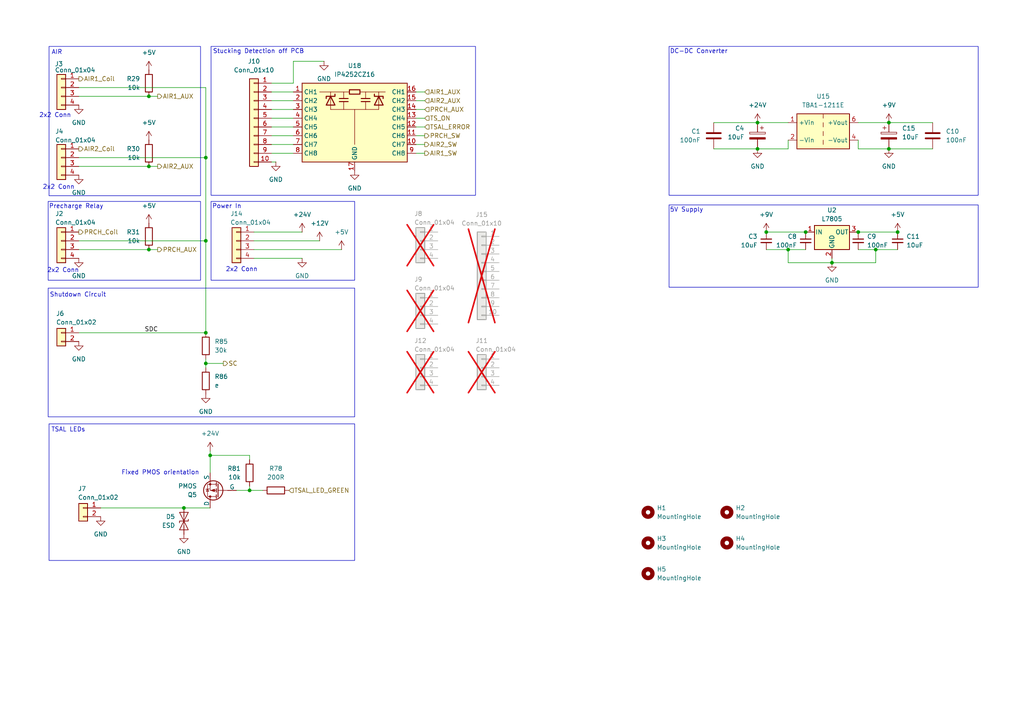
<source format=kicad_sch>
(kicad_sch (version 20231120) (generator "eeschema") (generator_version "8.0")
  (paper "A4")
  (title_block (title "TSAL") (date "2024-07-23") (rev "V0.3") (company "Team RPM - UAS Münster") (comment 1 "Luca Sapion"))
  (lib_symbols
    (symbol "Connector_Generic:Conn_01x02" (pin_names (offset 1.016) hide)
      (property "Reference" "J" (at 0 2.54 0))
      (property "Value" "Conn_01x02" (at 0 -5.08 0))
      (symbol "Conn_01x02_1_1"
        (rectangle (start -1.27 -2.413) (end 0 -2.667) (stroke (width 0.1524)))
        (rectangle (start -1.27 0.127) (end 0 -0.127) (stroke (width 0.1524)))
        (rectangle (start -1.27 1.27) (end 1.27 -3.81) (stroke (width 0.254)) (fill (type background)))
        (pin passive line (at -5.08 0 0) (length 3.81) (name "Pin_1") (number "1"))
        (pin passive line (at -5.08 -2.54 0) (length 3.81) (name "Pin_2") (number "2"))
      )
    )
    (symbol "Connector_Generic:Conn_01x04" (pin_names (offset 1.016) hide)
      (property "Reference" "J" (at 0 5.08 0))
      (property "Value" "Conn_01x04" (at 0 -7.62 0))
      (symbol "Conn_01x04_1_1"
        (rectangle (start -1.27 -4.953) (end 0 -5.207) (stroke (width 0.1524)))
        (rectangle (start -1.27 -2.413) (end 0 -2.667) (stroke (width 0.1524)))
        (rectangle (start -1.27 0.127) (end 0 -0.127) (stroke (width 0.1524)))
        (rectangle (start -1.27 2.667) (end 0 2.413) (stroke (width 0.1524)))
        (rectangle (start -1.27 3.81) (end 1.27 -6.35) (stroke (width 0.254)) (fill (type background)))
        (pin passive line (at -5.08 2.54 0) (length 3.81) (name "Pin_1") (number "1"))
        (pin passive line (at -5.08 0 0) (length 3.81) (name "Pin_2") (number "2"))
        (pin passive line (at -5.08 -2.54 0) (length 3.81) (name "Pin_3") (number "3"))
        (pin passive line (at -5.08 -5.08 0) (length 3.81) (name "Pin_4") (number "4"))
      )
    )
    (symbol "Connector_Generic:Conn_01x10" (pin_names (offset 1.016) hide)
      (property "Reference" "J" (at 0 12.7 0))
      (property "Value" "Conn_01x10" (at 0 -15.24 0))
      (symbol "Conn_01x10_1_1"
        (rectangle (start -1.27 -12.573) (end 0 -12.827) (stroke (width 0.1524)))
        (rectangle (start -1.27 -10.033) (end 0 -10.287) (stroke (width 0.1524)))
        (rectangle (start -1.27 -7.493) (end 0 -7.747) (stroke (width 0.1524)))
        (rectangle (start -1.27 -4.953) (end 0 -5.207) (stroke (width 0.1524)))
        (rectangle (start -1.27 -2.413) (end 0 -2.667) (stroke (width 0.1524)))
        (rectangle (start -1.27 0.127) (end 0 -0.127) (stroke (width 0.1524)))
        (rectangle (start -1.27 2.667) (end 0 2.413) (stroke (width 0.1524)))
        (rectangle (start -1.27 5.207) (end 0 4.953) (stroke (width 0.1524)))
        (rectangle (start -1.27 7.747) (end 0 7.493) (stroke (width 0.1524)))
        (rectangle (start -1.27 10.287) (end 0 10.033) (stroke (width 0.1524)))
        (rectangle (start -1.27 11.43) (end 1.27 -13.97) (stroke (width 0.254)) (fill (type background)))
        (pin passive line (at -5.08 10.16 0) (length 3.81) (name "Pin_1") (number "1"))
        (pin passive line (at -5.08 -12.7 0) (length 3.81) (name "Pin_10") (number "10"))
        (pin passive line (at -5.08 7.62 0) (length 3.81) (name "Pin_2") (number "2"))
        (pin passive line (at -5.08 5.08 0) (length 3.81) (name "Pin_3") (number "3"))
        (pin passive line (at -5.08 2.54 0) (length 3.81) (name "Pin_4") (number "4"))
        (pin passive line (at -5.08 0 0) (length 3.81) (name "Pin_5") (number "5"))
        (pin passive line (at -5.08 -2.54 0) (length 3.81) (name "Pin_6") (number "6"))
        (pin passive line (at -5.08 -5.08 0) (length 3.81) (name "Pin_7") (number "7"))
        (pin passive line (at -5.08 -7.62 0) (length 3.81) (name "Pin_8") (number "8"))
        (pin passive line (at -5.08 -10.16 0) (length 3.81) (name "Pin_9") (number "9"))
      )
    )
    (symbol "Converter_DCDC:TBA1-1211E"
      (property "Reference" "U" (at -6.35 6.35 0))
      (property "Value" "TBA1-1211E" (at 2.54 6.35 0))
      (symbol "TBA1-1211E_0_1"
        (rectangle (start -7.62 5.08) (end 7.62 -5.08) (stroke (width 0.254)) (fill (type background)))
        (polyline (pts (xy 0 -2.54) (xy 0 -3.81)))
        (polyline (pts (xy 0 0) (xy 0 -1.27)))
        (polyline (pts (xy 0 2.54) (xy 0 1.27)))
        (polyline (pts (xy 0 5.08) (xy 0 3.81)))
      )
      (symbol "TBA1-1211E_1_1"
        (pin power_in line (at -10.16 2.54 0) (length 2.54) (name "+Vin") (number "1"))
        (pin power_in line (at -10.16 -2.54 0) (length 2.54) (name "-Vin") (number "2"))
        (pin power_out line (at 10.16 -2.54 180) (length 2.54) (name "-Vout") (number "4"))
        (pin power_out line (at 10.16 2.54 180) (length 2.54) (name "+Vout") (number "6"))
      )
    )
    (symbol "Device:C" (pin_numbers hide) (pin_names (offset 0.254))
      (property "Reference" "C" (at 0.635 2.54 0))
      (property "Value" "C" (at 0.635 -2.54 0))
      (symbol "C_0_1"
        (polyline (pts (xy -2.032 -0.762) (xy 2.032 -0.762)) (stroke (width 0.508)))
        (polyline (pts (xy -2.032 0.762) (xy 2.032 0.762)) (stroke (width 0.508)))
      )
      (symbol "C_1_1"
        (pin passive line (at 0 3.81 270) (length 2.794) (name "~") (number "1"))
        (pin passive line (at 0 -3.81 90) (length 2.794) (name "~") (number "2"))
      )
    )
    (symbol "Device:C_Polarized" (pin_numbers hide) (pin_names (offset 0.254))
      (property "Reference" "C" (at 0.635 2.54 0))
      (property "Value" "C_Polarized" (at 0.635 -2.54 0))
      (symbol "C_Polarized_0_1"
        (rectangle (start -2.286 0.508) (end 2.286 1.016))
        (polyline (pts (xy -1.778 2.286) (xy -0.762 2.286)))
        (polyline (pts (xy -1.27 2.794) (xy -1.27 1.778)))
        (rectangle (start 2.286 -0.508) (end -2.286 -1.016) (fill (type outline)))
      )
      (symbol "C_Polarized_1_1"
        (pin passive line (at 0 3.81 270) (length 2.794) (name "~") (number "1"))
        (pin passive line (at 0 -3.81 90) (length 2.794) (name "~") (number "2"))
      )
    )
    (symbol "Device:C_Small" (pin_numbers hide) (pin_names (offset 0.254) hide)
      (property "Reference" "C" (at 0.254 1.778 0))
      (property "Value" "C_Small" (at 0.254 -2.032 0))
      (symbol "C_Small_0_1"
        (polyline (pts (xy -1.524 -0.508) (xy 1.524 -0.508)) (stroke (width 0.3302)))
        (polyline (pts (xy -1.524 0.508) (xy 1.524 0.508)) (stroke (width 0.3048)))
      )
      (symbol "C_Small_1_1"
        (pin passive line (at 0 2.54 270) (length 2.032) (name "~") (number "1"))
        (pin passive line (at 0 -2.54 90) (length 2.032) (name "~") (number "2"))
      )
    )
    (symbol "Device:R" (pin_numbers hide) (pin_names (offset 0))
      (property "Reference" "R" (at 2.032 0 90))
      (property "Value" "R" (at 0 0 90))
      (symbol "R_0_1"
        (rectangle (start -1.016 -2.54) (end 1.016 2.54) (stroke (width 0.254)))
      )
      (symbol "R_1_1"
        (pin passive line (at 0 3.81 270) (length 1.27) (name "~") (number "1"))
        (pin passive line (at 0 -3.81 90) (length 1.27) (name "~") (number "2"))
      )
    )
    (symbol "Diode:ESD131-B1-W0201" (pin_numbers hide) (pin_names (offset 1.016) hide)
      (property "Reference" "D" (at 0 2.54 0))
      (property "Value" "ESD131-B1-W0201" (at 0 -2.54 0))
      (symbol "ESD131-B1-W0201_0_1"
        (polyline (pts (xy 1.27 0) (xy -1.27 0)))
        (polyline (pts (xy -2.54 -1.27) (xy 0 0) (xy -2.54 1.27) (xy -2.54 -1.27)) (stroke (width 0.2032)))
        (polyline (pts (xy 0.508 1.27) (xy 0 1.27) (xy 0 -1.27) (xy -0.508 -1.27)) (stroke (width 0.2032)))
        (polyline (pts (xy 2.54 1.27) (xy 2.54 -1.27) (xy 0 0) (xy 2.54 1.27)) (stroke (width 0.2032)))
      )
      (symbol "ESD131-B1-W0201_1_1"
        (pin passive line (at -3.81 0 0) (length 2.54) (name "A1") (number "1"))
        (pin passive line (at 3.81 0 180) (length 2.54) (name "A2") (number "2"))
      )
    )
    (symbol "Mechanical:MountingHole" (pin_names (offset 1.016)) (exclude_from_sim yes) (in_bom no)
      (property "Reference" "H" (at 0 5.08 0))
      (property "Value" "MountingHole" (at 0 3.175 0))
      (symbol "MountingHole_0_1"
        (circle (center 0 0) (radius 1.27) (stroke (width 1.27)))
      )
    )
    (symbol "Power_Protection:IP4252CZ16"
      (property "Reference" "U" (at -15.24 13.97 0))
      (property "Value" "IP4252CZ16" (at 3.175 14.605 0))
      (symbol "IP4252CZ16_0_1"
        (rectangle (start -15.24 12.7) (end 15.24 -10.16) (stroke (width 0.254)) (fill (type background)))
        (polyline (pts (xy -6.985 5.08) (xy 6.985 5.08)))
        (polyline (pts (xy -6.985 8.89) (xy -6.985 10.16)))
        (polyline (pts (xy -3.175 7.366) (xy -3.175 5.08)))
        (polyline (pts (xy -3.175 10.16) (xy -3.175 8.255)))
        (polyline (pts (xy -1.524 10.16) (xy -10.16 10.16)))
        (polyline (pts (xy 0 5.08) (xy 0 -5.08)))
        (polyline (pts (xy 1.524 10.16) (xy 8.89 10.16)))
        (polyline (pts (xy 3.175 7.366) (xy 3.175 5.08)))
        (polyline (pts (xy 3.175 10.16) (xy 3.175 8.255)))
        (polyline (pts (xy 6.985 8.89) (xy 6.985 10.16)))
        (polyline (pts (xy -6.985 6.35) (xy -6.985 8.89) (xy -6.985 5.08)))
        (polyline (pts (xy 6.985 6.35) (xy 6.985 8.89) (xy 6.985 5.08)))
      )
      (symbol "IP4252CZ16_1_1"
        (polyline (pts (xy -4.445 8.255) (xy -1.905 8.255)) (stroke (width 0.3048)))
        (polyline (pts (xy -1.905 7.366) (xy -4.445 7.366)) (stroke (width 0.3048)))
        (polyline (pts (xy 1.905 8.255) (xy 4.445 8.255)) (stroke (width 0.3048)))
        (polyline (pts (xy 4.445 7.366) (xy 1.905 7.366)) (stroke (width 0.3048)))
        (polyline (pts (xy -6.985 8.89) (xy -5.715 6.35) (xy -8.255 6.35) (xy -6.985 8.89)) (stroke (width 0.3048)))
        (polyline (pts (xy -5.715 9.525) (xy -5.715 8.89) (xy -8.255 8.89) (xy -8.255 8.255)) (stroke (width 0.3048)))
        (polyline (pts (xy 5.715 9.525) (xy 5.715 8.89) (xy 8.255 8.89) (xy 8.255 8.255)) (stroke (width 0.3048)))
        (polyline (pts (xy 6.985 8.89) (xy 5.715 6.35) (xy 8.255 6.35) (xy 6.985 8.89)) (stroke (width 0.3048)))
        (polyline (pts (xy -1.524 10.16) (xy -1.524 9.525) (xy 1.524 9.525) (xy 1.524 10.795) (xy -1.524 10.795) (xy -1.524 10.16)) (stroke (width 0.3048)))
        (pin passive line (at -17.78 10.16 0) (length 2.54) (name "CH1") (number "1"))
        (pin passive line (at 17.78 -5.08 180) (length 2.54) (name "CH7") (number "10"))
        (pin passive line (at 17.78 -2.54 180) (length 2.54) (name "CH6") (number "11"))
        (pin passive line (at 17.78 0 180) (length 2.54) (name "CH5") (number "12"))
        (pin passive line (at 17.78 2.54 180) (length 2.54) (name "CH4") (number "13"))
        (pin passive line (at 17.78 5.08 180) (length 2.54) (name "CH3") (number "14"))
        (pin passive line (at 17.78 7.62 180) (length 2.54) (name "CH2") (number "15"))
        (pin passive line (at 17.78 10.16 180) (length 2.54) (name "CH1") (number "16"))
        (pin power_in line (at 0 -12.7 90) (length 2.54) (name "GND") (number "17"))
        (pin passive line (at -17.78 7.62 0) (length 2.54) (name "CH2") (number "2"))
        (pin passive line (at -17.78 5.08 0) (length 2.54) (name "CH3") (number "3"))
        (pin passive line (at -17.78 2.54 0) (length 2.54) (name "CH4") (number "4"))
        (pin passive line (at -17.78 0 0) (length 2.54) (name "CH5") (number "5"))
        (pin passive line (at -17.78 -2.54 0) (length 2.54) (name "CH6") (number "6"))
        (pin passive line (at -17.78 -5.08 0) (length 2.54) (name "CH7") (number "7"))
        (pin passive line (at -17.78 -7.62 0) (length 2.54) (name "CH8") (number "8"))
        (pin passive line (at 17.78 -7.62 180) (length 2.54) (name "CH8") (number "9"))
      )
    )
    (symbol "Regulator_Linear:L7805" (pin_names (offset 0.254))
      (property "Reference" "U" (at -3.81 3.175 0))
      (property "Value" "L7805" (at 0 3.175 0))
      (symbol "L7805_0_1"
        (rectangle (start -5.08 1.905) (end 5.08 -5.08) (stroke (width 0.254)) (fill (type background)))
      )
      (symbol "L7805_1_1"
        (pin power_in line (at -7.62 0 0) (length 2.54) (name "IN") (number "1"))
        (pin power_in line (at 0 -7.62 90) (length 2.54) (name "GND") (number "2"))
        (pin power_out line (at 7.62 0 180) (length 2.54) (name "OUT") (number "3"))
      )
    )
    (symbol "Simulation_SPICE:PMOS" (pin_numbers hide) (pin_names (offset 0))
      (property "Reference" "Q" (at 5.08 1.27 0))
      (property "Value" "PMOS" (at 5.08 -1.27 0))
      (symbol "PMOS_0_1"
        (polyline (pts (xy 0.254 0) (xy -2.54 0)))
        (polyline (pts (xy 0.254 1.905) (xy 0.254 -1.905)) (stroke (width 0.254)))
        (polyline (pts (xy 0.762 -1.27) (xy 0.762 -2.286)) (stroke (width 0.254)))
        (polyline (pts (xy 0.762 0.508) (xy 0.762 -0.508)) (stroke (width 0.254)))
        (polyline (pts (xy 0.762 2.286) (xy 0.762 1.27)) (stroke (width 0.254)))
        (polyline (pts (xy 2.54 2.54) (xy 2.54 1.778)))
        (polyline (pts (xy 2.54 -2.54) (xy 2.54 0) (xy 0.762 0)))
        (polyline (pts (xy 0.762 1.778) (xy 3.302 1.778) (xy 3.302 -1.778) (xy 0.762 -1.778)))
        (polyline (pts (xy 2.286 0) (xy 1.27 0.381) (xy 1.27 -0.381) (xy 2.286 0)) (fill (type outline)))
        (polyline (pts (xy 2.794 -0.508) (xy 2.921 -0.381) (xy 3.683 -0.381) (xy 3.81 -0.254)))
        (polyline (pts (xy 3.302 -0.381) (xy 2.921 0.254) (xy 3.683 0.254) (xy 3.302 -0.381)))
        (circle (center 1.651 0) (radius 2.794) (stroke (width 0.254)))
        (circle (center 2.54 -1.778) (radius 0.254) (fill (type outline)))
        (circle (center 2.54 1.778) (radius 0.254) (fill (type outline)))
      )
      (symbol "PMOS_1_1"
        (pin passive line (at 2.54 5.08 270) (length 2.54) (name "D") (number "1"))
        (pin input line (at -5.08 0 0) (length 2.54) (name "G") (number "2"))
        (pin passive line (at 2.54 -5.08 90) (length 2.54) (name "S") (number "3"))
      )
    )
    (symbol "power:+12V" (power) (pin_numbers hide) (pin_names (offset 0) hide)
      (property "Value" "+12V" (at 0 3.556 0))
      (symbol "+12V_0_1"
        (polyline (pts (xy -0.762 1.27) (xy 0 2.54)))
        (polyline (pts (xy 0 0) (xy 0 2.54)))
        (polyline (pts (xy 0 2.54) (xy 0.762 1.27)))
      )
      (symbol "+12V_1_1"
        (pin power_in line (at 0 0 90) (length 0) (name "~") (number "1"))
      )
    )
    (symbol "power:+24V" (power) (pin_numbers hide) (pin_names (offset 0) hide)
      (property "Value" "+24V" (at 0 3.556 0))
      (symbol "+24V_0_1"
        (polyline (pts (xy -0.762 1.27) (xy 0 2.54)))
        (polyline (pts (xy 0 0) (xy 0 2.54)))
        (polyline (pts (xy 0 2.54) (xy 0.762 1.27)))
      )
      (symbol "+24V_1_1"
        (pin power_in line (at 0 0 90) (length 0) (name "~") (number "1"))
      )
    )
    (symbol "power:+5V" (power) (pin_numbers hide) (pin_names (offset 0) hide)
      (property "Value" "+5V" (at 0 3.556 0))
      (symbol "+5V_0_1"
        (polyline (pts (xy -0.762 1.27) (xy 0 2.54)))
        (polyline (pts (xy 0 0) (xy 0 2.54)))
        (polyline (pts (xy 0 2.54) (xy 0.762 1.27)))
      )
      (symbol "+5V_1_1"
        (pin power_in line (at 0 0 90) (length 0) (name "~") (number "1"))
      )
    )
    (symbol "power:+9V" (power) (pin_numbers hide) (pin_names (offset 0) hide)
      (property "Value" "+9V" (at 0 3.556 0))
      (symbol "+9V_0_1"
        (polyline (pts (xy -0.762 1.27) (xy 0 2.54)))
        (polyline (pts (xy 0 0) (xy 0 2.54)))
        (polyline (pts (xy 0 2.54) (xy 0.762 1.27)))
      )
      (symbol "+9V_1_1"
        (pin power_in line (at 0 0 90) (length 0) (name "~") (number "1"))
      )
    )
    (symbol "power:GND" (power) (pin_numbers hide) (pin_names (offset 0) hide)
      (property "Value" "GND" (at 0 -3.81 0))
      (symbol "GND_0_1"
        (polyline (pts (xy 0 0) (xy 0 -1.27) (xy 1.27 -1.27) (xy 0 -2.54) (xy -1.27 -1.27) (xy 0 -1.27)))
      )
      (symbol "GND_1_1"
        (pin power_in line (at 0 0 270) (length 0) (name "~") (number "1"))
      )
    )
  )
  (junction (at 260.35 67.31))
  (junction (at 222.25 67.31))
  (junction (at 53.34 147.32))
  (junction (at 248.92 67.31))
  (junction (at 59.69 69.85))
  (junction (at 43.18 48.26))
  (junction (at 219.71 35.56))
  (junction (at 60.96 132.08))
  (junction (at 254 72.39))
  (junction (at 59.69 105.41))
  (junction (at 59.69 96.52))
  (junction (at 219.71 43.18))
  (junction (at 43.18 72.39))
  (junction (at 257.81 35.56))
  (junction (at 233.68 67.31))
  (junction (at 228.6 72.39))
  (junction (at 72.39 142.24))
  (junction (at 257.81 43.18))
  (junction (at 241.3 76.2))
  (junction (at 43.18 27.94))
  (junction (at 59.69 45.72))
  (wire (pts (xy 78.74 41.91) (xy 85.09 41.91)))
  (wire (pts (xy 59.69 105.41) (xy 59.69 106.68)))
  (wire (pts (xy 80.01 46.99) (xy 78.74 46.99)))
  (wire (pts (xy 59.69 25.4) (xy 22.86 25.4)))
  (wire (pts (xy 73.66 67.31) (xy 87.63 67.31)))
  (wire (pts (xy 257.81 43.18) (xy 248.92 43.18)))
  (wire (pts (xy 228.6 76.2) (xy 228.6 72.39)))
  (wire (pts (xy 59.69 104.14) (xy 59.69 105.41)))
  (wire (pts (xy 22.86 48.26) (xy 43.18 48.26)))
  (wire (pts (xy 59.69 45.72) (xy 59.69 69.85)))
  (wire (pts (xy 72.39 132.08) (xy 60.96 132.08)))
  (wire (pts (xy 123.19 26.67) (xy 120.65 26.67)))
  (wire (pts (xy 72.39 142.24) (xy 68.58 142.24)))
  (wire (pts (xy 78.74 44.45) (xy 85.09 44.45)))
  (wire (pts (xy 248.92 43.18) (xy 248.92 40.64)))
  (wire (pts (xy 123.19 29.21) (xy 120.65 29.21)))
  (wire (pts (xy 78.74 36.83) (xy 85.09 36.83)))
  (wire (pts (xy 219.71 35.56) (xy 228.6 35.56)))
  (wire (pts (xy 59.69 25.4) (xy 59.69 45.72)))
  (wire (pts (xy 248.92 72.39) (xy 254 72.39)))
  (wire (pts (xy 60.96 132.08) (xy 60.96 137.16)))
  (wire (pts (xy 59.69 96.52) (xy 22.86 96.52)))
  (wire (pts (xy 207.01 43.18) (xy 219.71 43.18)))
  (wire (pts (xy 78.74 31.75) (xy 85.09 31.75)))
  (wire (pts (xy 85.09 17.78) (xy 85.09 24.13)))
  (wire (pts (xy 22.86 72.39) (xy 43.18 72.39)))
  (wire (pts (xy 78.74 29.21) (xy 85.09 29.21)))
  (wire (pts (xy 22.86 69.85) (xy 59.69 69.85)))
  (wire (pts (xy 123.19 44.45) (xy 120.65 44.45)))
  (wire (pts (xy 270.51 43.18) (xy 257.81 43.18)))
  (wire (pts (xy 85.09 24.13) (xy 78.74 24.13)))
  (wire (pts (xy 207.01 35.56) (xy 219.71 35.56)))
  (wire (pts (xy 78.74 34.29) (xy 85.09 34.29)))
  (wire (pts (xy 248.92 67.31) (xy 260.35 67.31)))
  (wire (pts (xy 99.06 72.39) (xy 73.66 72.39)))
  (wire (pts (xy 254 76.2) (xy 254 72.39)))
  (wire (pts (xy 22.86 45.72) (xy 59.69 45.72)))
  (wire (pts (xy 241.3 76.2) (xy 228.6 76.2)))
  (wire (pts (xy 270.51 35.56) (xy 257.81 35.56)))
  (wire (pts (xy 45.72 72.39) (xy 43.18 72.39)))
  (wire (pts (xy 72.39 133.35) (xy 72.39 132.08)))
  (wire (pts (xy 73.66 74.93) (xy 87.63 74.93)))
  (wire (pts (xy 45.72 27.94) (xy 43.18 27.94)))
  (wire (pts (xy 228.6 43.18) (xy 228.6 40.64)))
  (wire (pts (xy 60.96 130.81) (xy 60.96 132.08)))
  (wire (pts (xy 92.71 69.85) (xy 73.66 69.85)))
  (wire (pts (xy 123.19 39.37) (xy 120.65 39.37)))
  (wire (pts (xy 72.39 140.97) (xy 72.39 142.24)))
  (wire (pts (xy 123.19 41.91) (xy 120.65 41.91)))
  (wire (pts (xy 241.3 76.2) (xy 254 76.2)))
  (wire (pts (xy 123.19 31.75) (xy 120.65 31.75)))
  (wire (pts (xy 222.25 67.31) (xy 233.68 67.31)))
  (wire (pts (xy 93.98 17.78) (xy 85.09 17.78)))
  (wire (pts (xy 219.71 43.18) (xy 228.6 43.18)))
  (wire (pts (xy 43.18 27.94) (xy 22.86 27.94)))
  (wire (pts (xy 257.81 35.56) (xy 248.92 35.56)))
  (wire (pts (xy 123.19 34.29) (xy 120.65 34.29)))
  (wire (pts (xy 45.72 48.26) (xy 43.18 48.26)))
  (wire (pts (xy 123.19 36.83) (xy 120.65 36.83)))
  (wire (pts (xy 59.69 69.85) (xy 59.69 96.52)))
  (wire (pts (xy 254 72.39) (xy 260.35 72.39)))
  (wire (pts (xy 64.77 105.41) (xy 59.69 105.41)))
  (wire (pts (xy 222.25 72.39) (xy 228.6 72.39)))
  (wire (pts (xy 53.34 147.32) (xy 29.21 147.32)))
  (wire (pts (xy 76.2 142.24) (xy 72.39 142.24)))
  (wire (pts (xy 78.74 39.37) (xy 85.09 39.37)))
  (wire (pts (xy 241.3 76.2) (xy 241.3 74.93)))
  (wire (pts (xy 78.74 26.67) (xy 85.09 26.67)))
  (wire (pts (xy 228.6 72.39) (xy 233.68 72.39)))
  (wire (pts (xy 53.34 147.32) (xy 60.96 147.32)))
  (rectangle (start 194.056 59.436) (end 283.718 83.312))
  (rectangle (start 13.97 58.42) (end 58.166 81.28))
  (rectangle (start 14.224 122.936) (end 102.87 162.56))
  (rectangle (start 61.214 58.42) (end 102.87 81.28))
  (rectangle (start 14.224 13.462) (end 58.166 56.769))
  (rectangle (start 61.214 13.462) (end 137.922 56.642))
  (rectangle (start 194.056 13.462) (end 283.718 56.642))
  (rectangle (start 13.97 83.566) (end 102.87 120.904))
  (text "2x2 Conn\n" (at 70.104 78.232 0) (effects (font (size 1.27 1.27))))
  (text "DC-DC Converter" (at 202.692 14.986 0) (effects (font (size 1.27 1.27))))
  (text "Power In" (at 65.786 59.944 0) (effects (font (size 1.27 1.27))))
  (text "Stucking Detection off PCB" (at 61.722 14.986 0) (effects (font (size 1.27 1.27)) (justify left)))
  (text "2x2 Conn\n" (at 16.002 33.528 0) (effects (font (size 1.27 1.27))))
  (text "2x2 Conn\n" (at 18.288 78.486 0) (effects (font (size 1.27 1.27))))
  (text "TSAL LEDs" (at 19.812 124.714 0) (effects (font (size 1.27 1.27))))
  (text "5V Supply" (at 199.136 60.96 0) (effects (font (size 1.27 1.27))))
  (text "2x2 Conn\n" (at 17.018 54.356 0) (effects (font (size 1.27 1.27))))
  (text "Shutdown Circuit" (at 22.606 85.598 0) (effects (font (size 1.27 1.27))))
  (text "AIR" (at 16.51 15.24 0) (effects (font (size 1.27 1.27))))
  (text "Precharge Relay" (at 22.098 59.944 0) (effects (font (size 1.27 1.27))))
  (text "Fixed PMOS orientation " (at 46.99 137.16 0) (effects (font (size 1.27 1.27))))
  (label "SDC" (at 41.91 96.52 0))
  (hierarchical_label "AIR1_Coil" (shape output) (at 22.86 22.86 0))
  (hierarchical_label "PRCH_AUX" (shape output) (at 45.72 72.39 0))
  (hierarchical_label "AIR2_SW" (shape output) (at 123.19 41.91 0))
  (hierarchical_label "AIR1_AUX" (shape output) (at 45.72 27.94 0))
  (hierarchical_label "AIR1_AUX" (shape input) (at 123.19 26.67 0))
  (hierarchical_label "PRCH_SW" (shape output) (at 123.19 39.37 0))
  (hierarchical_label "PRCH_Coil" (shape output) (at 22.86 67.31 0))
  (hierarchical_label "AIR1_SW" (shape output) (at 123.19 44.45 0))
  (hierarchical_label "AIR2_Coil" (shape output) (at 22.86 43.18 0))
  (hierarchical_label "AIR2_AUX" (shape input) (at 123.19 29.21 0))
  (hierarchical_label "TSAL_LED_GREEN" (shape input) (at 83.82 142.24 0))
  (hierarchical_label "AIR2_AUX" (shape output) (at 45.72 48.26 0))
  (hierarchical_label "TS_ON" (shape input) (at 123.19 34.29 0))
  (hierarchical_label "TSAL_ERROR" (shape input) (at 123.19 36.83 0))
  (hierarchical_label "PRCH_AUX" (shape input) (at 123.19 31.75 0))
  (hierarchical_label "SC" (shape output) (at 64.77 105.41 0))
  (symbol (lib_id "power:+12V") (at 92.71 69.85 0) (unit 1)
    (property "Reference" "#PWR089" (effects (hide yes)))
    (property "Value" "+12V" (at 92.71 64.77 0))
    (property "Description" "Power symbol creates a global label with name \"+12V\"" (effects (hide yes)))
  )
  (symbol (lib_id "Connector_Generic:Conn_01x02") (at 24.13 147.32 0) (mirror y) (unit 1) (in_bom no)
    (property "Reference" "J7" (at 22.606 141.732 0) (effects (justify right)))
    (property "Value" "Conn_01x02" (at 22.606 144.272 0) (effects (justify right)))
    (property "Footprint" "wuerth_conn:66200211024" (effects (hide yes)))
    (property "Description" "Generic connector, single row, 01x02, script generated (kicad-library-utils/schlib/autogen/connector/)" (effects (hide yes)))
  )
  (symbol (lib_id "Device:R") (at 80.01 142.24 270) (mirror x) (unit 1)
    (property "Reference" "R78" (at 80.01 135.89 90))
    (property "Value" "200R" (at 80.01 138.43 90))
    (property "Footprint" "Resistor_SMD:R_0603_1608Metric" (effects (hide yes)))
    (property "Description" "Resistor" (effects (hide yes)))
  )
  (symbol (lib_id "power:+5V") (at 43.18 64.77 0) (unit 1)
    (property "Reference" "#PWR076" (effects (hide yes)))
    (property "Value" "+5V" (at 43.18 59.69 0))
    (property "Description" "Power symbol creates a global label with name \"+5V\"" (effects (hide yes)))
  )
  (symbol (lib_id "power:+24V") (at 87.63 67.31 0) (unit 1)
    (property "Reference" "#PWR074" (effects (hide yes)))
    (property "Value" "+24V" (at 87.63 62.23 0))
    (property "Description" "Power symbol creates a global label with name \"+24V\"" (effects (hide yes)))
  )
  (symbol (lib_id "Mechanical:MountingHole") (at 187.96 157.48 0) (unit 1) (exclude_from_sim yes) (in_bom no)
    (property "Reference" "H3" (at 190.5 156.2099 0) (effects (justify left)))
    (property "Value" "MountingHole" (at 190.5 158.7499 0) (effects (justify left)))
    (property "Footprint" "MountingHole:MountingHole_3.2mm_M3" (effects (hide yes)))
    (property "Description" "Mounting Hole without connection" (effects (hide yes)))
  )
  (symbol (lib_id "Connector_Generic:Conn_01x10") (at 73.66 34.29 0) (mirror y) (unit 1)
    (property "Reference" "J10" (at 73.66 17.78 0))
    (property "Value" "Conn_01x10" (at 73.66 20.32 0))
    (property "Footprint" "Connector_IDC:IDC-Header_2x05_P2.54mm_Latch6.5mm_Vertical" (effects (hide yes)))
    (property "Description" "Generic connector, single row, 01x10, script generated (kicad-library-utils/schlib/autogen/connector/)" (effects (hide yes)))
    (property "Mouser" "710-61201022021" (effects (hide yes)))
  )
  (symbol (lib_id "power:GND") (at 241.3 76.2 0) (unit 1)
    (property "Reference" "#PWR024" (effects (hide yes)))
    (property "Value" "GND" (at 241.3 81.28 0))
    (property "Description" "Power symbol creates a global label with name \"GND\" , ground" (effects (hide yes)))
  )
  (symbol (lib_id "Connector_Generic:Conn_01x10") (at 139.7 78.74 0) (mirror y) (unit 1) (exclude_from_sim yes) (on_board no) (dnp yes)
    (property "Reference" "J15" (at 139.7 62.23 0))
    (property "Value" "Conn_01x10" (at 139.7 64.77 0))
    (property "Description" "Generic connector, single row, 01x10, script generated (kicad-library-utils/schlib/autogen/connector/)" (effects (hide yes)))
    (property "Mouser" "710-61201023021" (effects (hide yes)))
  )
  (symbol (lib_id "Connector_Generic:Conn_01x04") (at 139.7 106.68 0) (mirror y) (unit 1) (exclude_from_sim yes) (on_board no) (dnp yes)
    (property "Reference" "J11" (at 137.922 98.806 0) (effects (justify right)))
    (property "Value" "Conn_01x04" (at 137.922 101.346 0) (effects (justify right)))
    (property "Description" "Generic connector, single row, 01x04, script generated (kicad-library-utils/schlib/autogen/connector/)" (effects (hide yes)))
    (property "Mouser" "710-662004113322 " (effects (hide yes)))
  )
  (symbol (lib_id "Device:R") (at 72.39 137.16 0) (unit 1)
    (property "Reference" "R81" (at 69.85 135.8899 0) (effects (justify right)))
    (property "Value" "10k" (at 69.85 138.4299 0) (effects (justify right)))
    (property "Footprint" "Resistor_SMD:R_0603_1608Metric" (effects (hide yes)))
    (property "Description" "Resistor" (effects (hide yes)))
  )
  (symbol (lib_id "power:GND") (at 102.87 49.53 0) (unit 1)
    (property "Reference" "#PWR075" (effects (hide yes)))
    (property "Value" "GND" (at 102.87 54.61 0))
    (property "Description" "Power symbol creates a global label with name \"GND\" , ground" (effects (hide yes)))
  )
  (symbol (lib_id "Device:C_Polarized") (at 219.71 39.37 0) (mirror y) (unit 1)
    (property "Reference" "C4" (at 215.9 37.2109 0) (effects (justify left)))
    (property "Value" "10uF" (at 215.9 39.7509 0) (effects (justify left)))
    (property "Footprint" "Capacitor_SMD:C_0603_1608Metric" (effects (hide yes)))
    (property "Description" "Polarized capacitor" (effects (hide yes)))
  )
  (symbol (lib_id "Regulator_Linear:L7805") (at 241.3 67.31 0) (unit 1)
    (property "Reference" "U2" (at 241.3 60.96 0))
    (property "Value" "L7805" (at 241.3 63.5 0))
    (property "Footprint" "Package_TO_SOT_SMD:TO-252-2" (effects (hide yes)))
    (property "Datasheet" "http://www.st.com/content/ccc/resource/technical/document/datasheet/41/4f/b3/b0/12/d4/47/88/CD00000444.pdf/files/CD00000444.pdf/jcr:content/translations/en.CD00000444.pdf" (effects (hide yes)))
    (property "Description" "Positive 1.5A 35V Linear Regulator, Fixed Output 5V, TO-220/TO-263/TO-252" (effects (hide yes)))
    (property "Cost" "0,949" (effects (hide yes)))
    (property "Mouser" "511-L7805ABD2T-TR" (effects (hide yes)))
  )
  (symbol (lib_id "power:GND") (at 80.01 46.99 0) (unit 1)
    (property "Reference" "#PWR0114" (effects (hide yes)))
    (property "Value" "GND" (at 80.01 52.07 0))
    (property "Description" "Power symbol creates a global label with name \"GND\" , ground" (effects (hide yes)))
  )
  (symbol (lib_id "power:GND") (at 87.63 74.93 0) (unit 1)
    (property "Reference" "#PWR073" (effects (hide yes)))
    (property "Value" "GND" (at 87.63 80.01 0))
    (property "Description" "Power symbol creates a global label with name \"GND\" , ground" (effects (hide yes)))
  )
  (symbol (lib_id "Device:C") (at 207.01 39.37 0) (mirror y) (unit 1)
    (property "Reference" "C1" (at 203.2 38.0999 0) (effects (justify left)))
    (property "Value" "100nF" (at 203.2 40.6399 0) (effects (justify left)))
    (property "Footprint" "Capacitor_SMD:C_0603_1608Metric" (effects (hide yes)))
    (property "Description" "Unpolarized capacitor" (effects (hide yes)))
  )
  (symbol (lib_id "Connector_Generic:Conn_01x04") (at 121.92 106.68 0) (mirror y) (unit 1) (exclude_from_sim yes) (on_board no) (dnp yes)
    (property "Reference" "J12" (at 120.142 98.806 0) (effects (justify right)))
    (property "Value" "Conn_01x04" (at 120.142 101.346 0) (effects (justify right)))
    (property "Description" "Generic connector, single row, 01x04, script generated (kicad-library-utils/schlib/autogen/connector/)" (effects (hide yes)))
    (property "Mouser" "710-662004113322 " (effects (hide yes)))
  )
  (symbol (lib_id "power:+5V") (at 99.06 72.39 0) (unit 1)
    (property "Reference" "#PWR090" (effects (hide yes)))
    (property "Value" "+5V" (at 99.06 67.31 0))
    (property "Description" "Power symbol creates a global label with name \"+5V\"" (effects (hide yes)))
  )
  (symbol (lib_id "power:GND") (at 53.34 154.94 0) (mirror y) (unit 1)
    (property "Reference" "#PWR091" (effects (hide yes)))
    (property "Value" "GND" (at 53.34 160.02 0))
    (property "Description" "Power symbol creates a global label with name \"GND\" , ground" (effects (hide yes)))
  )
  (symbol (lib_id "Device:C_Small") (at 260.35 69.85 0) (mirror y) (unit 1)
    (property "Reference" "C11" (at 262.89 68.5862 0) (effects (justify right)))
    (property "Value" "10uF" (at 262.89 71.1262 0) (effects (justify right)))
    (property "Footprint" "Capacitor_SMD:C_0603_1608Metric" (effects (hide yes)))
    (property "Description" "Unpolarized capacitor, small symbol" (effects (hide yes)))
  )
  (symbol (lib_id "power:+24V") (at 60.96 130.81 0) (unit 1)
    (property "Reference" "#PWR0119" (effects (hide yes)))
    (property "Value" "+24V" (at 60.96 125.73 0))
    (property "Description" "Power symbol creates a global label with name \"+24V\"" (effects (hide yes)))
  )
  (symbol (lib_id "Connector_Generic:Conn_01x04") (at 17.78 25.4 0) (mirror y) (unit 1)
    (property "Reference" "J3" (at 18.288 18.542 0) (effects (justify left)))
    (property "Value" "Conn_01x04" (at 27.686 20.32 0) (effects (justify left)))
    (property "Footprint" "wuerth_conn:66200421022" (effects (hide yes)))
    (property "Description" "Generic connector, single row, 01x04, script generated (kicad-library-utils/schlib/autogen/connector/)" (effects (hide yes)))
    (property "Mouser" "710-66200421022" (effects (hide yes)))
  )
  (symbol (lib_id "Device:R") (at 43.18 44.45 0) (unit 1)
    (property "Reference" "R30" (at 40.64 43.1799 0) (effects (justify right)))
    (property "Value" "10k" (at 40.64 45.7199 0) (effects (justify right)))
    (property "Footprint" "Resistor_SMD:R_0603_1608Metric" (effects (hide yes)))
    (property "Description" "Resistor" (effects (hide yes)))
  )
  (symbol (lib_id "Device:C_Polarized") (at 257.81 39.37 0) (unit 1)
    (property "Reference" "C15" (at 261.62 37.2109 0) (effects (justify left)))
    (property "Value" "10uF" (at 261.62 39.7509 0) (effects (justify left)))
    (property "Footprint" "Capacitor_SMD:C_0603_1608Metric" (effects (hide yes)))
    (property "Description" "Polarized capacitor" (effects (hide yes)))
  )
  (symbol (lib_id "power:+9V") (at 257.81 35.56 0) (unit 1)
    (property "Reference" "#PWR042" (effects (hide yes)))
    (property "Value" "+9V" (at 257.81 30.48 0))
    (property "Description" "Power symbol creates a global label with name \"+9V\"" (effects (hide yes)))
  )
  (symbol (lib_id "power:GND") (at 22.86 50.8 0) (unit 1)
    (property "Reference" "#PWR05" (effects (hide yes)))
    (property "Value" "GND" (at 22.86 55.88 0))
    (property "Description" "Power symbol creates a global label with name \"GND\" , ground" (effects (hide yes)))
  )
  (symbol (lib_id "Connector_Generic:Conn_01x04") (at 17.78 45.72 0) (mirror y) (unit 1)
    (property "Reference" "J4" (at 16.002 38.1 0) (effects (justify right)))
    (property "Value" "Conn_01x04" (at 16.002 40.64 0) (effects (justify right)))
    (property "Footprint" "wuerth_conn:66200421022" (effects (hide yes)))
    (property "Description" "Generic connector, single row, 01x04, script generated (kicad-library-utils/schlib/autogen/connector/)" (effects (hide yes)))
    (property "Mouser" "710-66200421022" (effects (hide yes)))
  )
  (symbol (lib_id "power:GND") (at 29.21 149.86 0) (unit 1)
    (property "Reference" "#PWR08" (effects (hide yes)))
    (property "Value" "GND" (at 29.21 154.94 0))
    (property "Description" "Power symbol creates a global label with name \"GND\" , ground" (effects (hide yes)))
  )
  (symbol (lib_id "Connector_Generic:Conn_01x04") (at 121.92 88.9 0) (mirror y) (unit 1) (exclude_from_sim yes) (on_board no) (dnp yes)
    (property "Reference" "J9" (at 120.142 81.026 0) (effects (justify right)))
    (property "Value" "Conn_01x04" (at 120.142 83.566 0) (effects (justify right)))
    (property "Description" "Generic connector, single row, 01x04, script generated (kicad-library-utils/schlib/autogen/connector/)" (effects (hide yes)))
    (property "Mouser" "710-662004113322 " (effects (hide yes)))
  )
  (symbol (lib_id "Device:R") (at 43.18 24.13 0) (unit 1)
    (property "Reference" "R29" (at 40.64 22.8599 0) (effects (justify right)))
    (property "Value" "10k" (at 40.64 25.3999 0) (effects (justify right)))
    (property "Footprint" "Resistor_SMD:R_0603_1608Metric" (effects (hide yes)))
    (property "Description" "Resistor" (effects (hide yes)))
  )
  (symbol (lib_id "Device:R") (at 59.69 100.33 0) (unit 1)
    (property "Reference" "R85" (at 62.23 99.0599 0) (effects (justify left)))
    (property "Value" "30k" (at 62.23 101.5999 0) (effects (justify left)))
    (property "Footprint" "Resistor_SMD:R_0603_1608Metric" (effects (hide yes)))
    (property "Description" "Resistor" (effects (hide yes)))
  )
  (symbol (lib_id "Device:R") (at 59.69 110.49 0) (unit 1)
    (property "Reference" "R86" (at 62.23 109.2199 0) (effects (justify left)))
    (property "Value" "e" (at 62.23 111.7599 0) (effects (justify left)))
    (property "Footprint" "Resistor_SMD:R_0603_1608Metric" (effects (hide yes)))
    (property "Description" "Resistor" (effects (hide yes)))
  )
  (symbol (lib_id "power:+5V") (at 260.35 67.31 0) (unit 1)
    (property "Reference" "#PWR070" (effects (hide yes)))
    (property "Value" "+5V" (at 260.35 62.23 0))
    (property "Description" "Power symbol creates a global label with name \"+5V\"" (effects (hide yes)))
  )
  (symbol (lib_id "Device:C_Small") (at 222.25 69.85 0) (unit 1)
    (property "Reference" "C3" (at 219.71 68.5862 0) (effects (justify right)))
    (property "Value" "10uF" (at 219.71 71.1262 0) (effects (justify right)))
    (property "Footprint" "Capacitor_SMD:C_0603_1608Metric" (effects (hide yes)))
    (property "Description" "Unpolarized capacitor, small symbol" (effects (hide yes)))
  )
  (symbol (lib_id "Device:C_Small") (at 248.92 69.85 0) (mirror y) (unit 1)
    (property "Reference" "C9" (at 251.46 68.5862 0) (effects (justify right)))
    (property "Value" "100nF" (at 251.46 71.1262 0) (effects (justify right)))
    (property "Footprint" "Capacitor_SMD:C_0603_1608Metric" (effects (hide yes)))
    (property "Description" "Unpolarized capacitor, small symbol" (effects (hide yes)))
  )
  (symbol (lib_id "Power_Protection:IP4252CZ16") (at 102.87 36.83 0) (unit 1)
    (property "Reference" "U18" (at 102.87 19.05 0))
    (property "Value" "IP4252CZ16" (at 102.87 21.59 0))
    (property "Footprint" "Package_SON:Nexperia_HUSON-16_USON-16-1EP_1.35x3.3mm_P0.4mm_EP0.4x2.8mm" (effects (hide yes)))
    (property "Datasheet" "https://assets.nexperia.com/documents/data-sheet/IP4251_52_53_54-TTL.pdf" (effects (hide yes)))
    (property "Description" "8 channel EMI filters with integrated ESD protection,  12 pF, 40 Ohm" (effects (hide yes)))
    (property "Mouser" "771-IP4252CZ168TTL1" (effects (hide yes)))
  )
  (symbol (lib_id "Mechanical:MountingHole") (at 210.82 148.59 0) (unit 1) (exclude_from_sim yes) (in_bom no)
    (property "Reference" "H2" (at 213.36 147.3199 0) (effects (justify left)))
    (property "Value" "MountingHole" (at 213.36 149.8599 0) (effects (justify left)))
    (property "Footprint" "MountingHole:MountingHole_3.2mm_M3" (effects (hide yes)))
    (property "Description" "Mounting Hole without connection" (effects (hide yes)))
  )
  (symbol (lib_id "Connector_Generic:Conn_01x04") (at 17.78 69.85 0) (mirror y) (unit 1)
    (property "Reference" "J2" (at 16.002 61.976 0) (effects (justify right)))
    (property "Value" "Conn_01x04" (at 16.002 64.516 0) (effects (justify right)))
    (property "Footprint" "wuerth_conn:66200421022" (effects (hide yes)))
    (property "Description" "Generic connector, single row, 01x04, script generated (kicad-library-utils/schlib/autogen/connector/)" (effects (hide yes)))
    (property "Mouser" "710-66200421022" (effects (hide yes)))
  )
  (symbol (lib_id "Converter_DCDC:TBA1-1211E") (at 238.76 38.1 0) (unit 1)
    (property "Reference" "U15" (at 238.76 27.94 0))
    (property "Value" "TBA1-1211E" (at 238.76 30.48 0))
    (property "Footprint" "Converter_DCDC:Converter_DCDC_TRACO_TBA1-xxxxE_Single_THT" (effects (hide yes)))
    (property "Datasheet" "https://www.tracopower.com/products/tba1e.pdf" (effects (hide yes)))
    (property "Description" "1W DC/DC converter unregulated, 10.8-13.2V input, 5V fixed output voltage, 200mA output, 1.5kVDC isolation, SIP-7" (effects (hide yes)))
    (property "Mouser" "495-TBA1-1219HI" (effects (hide yes)))
    (property "Cost" "3.50" (effects (hide yes)))
  )
  (symbol (lib_id "Simulation_SPICE:PMOS") (at 63.5 142.24 180) (unit 1)
    (property "Reference" "Q5" (at 57.15 143.5101 0) (effects (justify left)))
    (property "Value" "PMOS" (at 57.15 140.9701 0) (effects (justify left)))
    (property "Footprint" "Package_TO_SOT_SMD:SOT-23-3" (effects (hide yes)))
    (property "Datasheet" "https://ngspice.sourceforge.io/docs/ngspice-html-manual/manual.xhtml#cha_MOSFETs" (effects (hide yes)))
    (property "Description" "P-MOSFET transistor, drain/source/gate" (effects (hide yes)))
    (property "Sim.Device" "PMOS" (effects (hide yes)))
    (property "Sim.Type" "VDMOS" (effects (hide yes)))
    (property "Sim.Pins" "1=D 2=G 3=S" (effects (hide yes)))
  )
  (symbol (lib_id "power:GND") (at 59.69 114.3 0) (unit 1)
    (property "Reference" "#PWR0121" (effects (hide yes)))
    (property "Value" "GND" (at 59.69 119.38 0))
    (property "Description" "Power symbol creates a global label with name \"GND\" , ground" (effects (hide yes)))
  )
  (symbol (lib_id "Device:C") (at 270.51 39.37 0) (unit 1)
    (property "Reference" "C10" (at 274.32 38.0999 0) (effects (justify left)))
    (property "Value" "100nF" (at 274.32 40.6399 0) (effects (justify left)))
    (property "Footprint" "Capacitor_SMD:C_0603_1608Metric" (effects (hide yes)))
    (property "Description" "Unpolarized capacitor" (effects (hide yes)))
  )
  (symbol (lib_id "Device:R") (at 43.18 68.58 0) (unit 1)
    (property "Reference" "R31" (at 40.64 67.3099 0) (effects (justify right)))
    (property "Value" "10k" (at 40.64 69.8499 0) (effects (justify right)))
    (property "Footprint" "Resistor_SMD:R_0603_1608Metric" (effects (hide yes)))
    (property "Description" "Resistor" (effects (hide yes)))
  )
  (symbol (lib_id "power:GND") (at 93.98 17.78 0) (unit 1)
    (property "Reference" "#PWR072" (effects (hide yes)))
    (property "Value" "GND" (at 93.98 22.86 0))
    (property "Description" "Power symbol creates a global label with name \"GND\" , ground" (effects (hide yes)))
  )
  (symbol (lib_id "Connector_Generic:Conn_01x02") (at 17.78 96.52 0) (mirror y) (unit 1) (in_bom no)
    (property "Reference" "J6" (at 16.256 90.932 0) (effects (justify right)))
    (property "Value" "Conn_01x02" (at 16.256 93.472 0) (effects (justify right)))
    (property "Footprint" "wuerth_conn:66200211024" (effects (hide yes)))
    (property "Description" "Generic connector, single row, 01x02, script generated (kicad-library-utils/schlib/autogen/connector/)" (effects (hide yes)))
  )
  (symbol (lib_id "power:GND") (at 22.86 30.48 0) (unit 1)
    (property "Reference" "#PWR026" (effects (hide yes)))
    (property "Value" "GND" (at 22.86 35.56 0))
    (property "Description" "Power symbol creates a global label with name \"GND\" , ground" (effects (hide yes)))
  )
  (symbol (lib_id "Connector_Generic:Conn_01x04") (at 68.58 69.85 0) (mirror y) (unit 1)
    (property "Reference" "J14" (at 66.802 61.976 0) (effects (justify right)))
    (property "Value" "Conn_01x04" (at 66.802 64.516 0) (effects (justify right)))
    (property "Footprint" "wuerth_conn:66200421022" (effects (hide yes)))
    (property "Description" "Generic connector, single row, 01x04, script generated (kicad-library-utils/schlib/autogen/connector/)" (effects (hide yes)))
    (property "Mouser" "710-66200421022" (effects (hide yes)))
  )
  (symbol (lib_id "Connector_Generic:Conn_01x04") (at 121.92 69.85 0) (mirror y) (unit 1) (exclude_from_sim yes) (on_board no) (dnp yes)
    (property "Reference" "J8" (at 120.142 61.976 0) (effects (justify right)))
    (property "Value" "Conn_01x04" (at 120.142 64.516 0) (effects (justify right)))
    (property "Description" "Generic connector, single row, 01x04, script generated (kicad-library-utils/schlib/autogen/connector/)" (effects (hide yes)))
    (property "Mouser" "710-662004113322 " (effects (hide yes)))
  )
  (symbol (lib_id "Mechanical:MountingHole") (at 187.96 166.37 0) (unit 1) (exclude_from_sim yes) (in_bom no)
    (property "Reference" "H5" (at 190.5 165.0999 0) (effects (justify left)))
    (property "Value" "MountingHole" (at 190.5 167.6399 0) (effects (justify left)))
    (property "Footprint" "MountingHole:MountingHole_3.2mm_M3" (effects (hide yes)))
    (property "Description" "Mounting Hole without connection" (effects (hide yes)))
  )
  (symbol (lib_id "Diode:ESD131-B1-W0201") (at 53.34 151.13 270) (mirror x) (unit 1)
    (property "Reference" "D5" (at 50.8 149.8599 90) (effects (justify right)))
    (property "Value" "ESD" (at 50.8 152.3999 90) (effects (justify right)))
    (property "Footprint" "Diode_SMD:Infineon_SG-WLL-2-3_0.58x0.28_P0.36mm" (effects (hide yes)))
    (property "Datasheet" "https://www.infineon.com/dgdl/Infineon-ESD131-B1-W0201-DataSheet-v02_00-EN.pdf?fileId=5546d4625cc9456a015ce94850964889" (effects (hide yes)))
    (property "Description" "Bidirectional ESD protection diode, +/-5.5Vrwm, 0.23pF, SG-WLL-2-3" (effects (hide yes)))
    (property "Mouser" "726-ESD131B1W0201E63" (effects (hide yes)))
  )
  (symbol (lib_id "power:GND") (at 257.81 43.18 0) (mirror y) (unit 1)
    (property "Reference" "#PWR011" (effects (hide yes)))
    (property "Value" "GND" (at 257.81 48.26 0))
    (property "Description" "Power symbol creates a global label with name \"GND\" , ground" (effects (hide yes)))
  )
  (symbol (lib_id "power:+5V") (at 43.18 40.64 0) (unit 1)
    (property "Reference" "#PWR015" (effects (hide yes)))
    (property "Value" "+5V" (at 43.18 35.56 0))
    (property "Description" "Power symbol creates a global label with name \"+5V\"" (effects (hide yes)))
  )
  (symbol (lib_id "power:GND") (at 22.86 74.93 0) (unit 1)
    (property "Reference" "#PWR01" (effects (hide yes)))
    (property "Value" "GND" (at 22.86 80.01 0))
    (property "Description" "Power symbol creates a global label with name \"GND\" , ground" (effects (hide yes)))
  )
  (symbol (lib_id "power:GND") (at 219.71 43.18 0) (unit 1)
    (property "Reference" "#PWR044" (effects (hide yes)))
    (property "Value" "GND" (at 219.71 48.26 0))
    (property "Description" "Power symbol creates a global label with name \"GND\" , ground" (effects (hide yes)))
  )
  (symbol (lib_id "power:+24V") (at 219.71 35.56 0) (unit 1)
    (property "Reference" "#PWR043" (effects (hide yes)))
    (property "Value" "+24V" (at 219.71 30.48 0))
    (property "Description" "Power symbol creates a global label with name \"+24V\"" (effects (hide yes)))
  )
  (symbol (lib_id "power:+5V") (at 43.18 20.32 0) (unit 1)
    (property "Reference" "#PWR07" (effects (hide yes)))
    (property "Value" "+5V" (at 43.18 15.24 0))
    (property "Description" "Power symbol creates a global label with name \"+5V\"" (effects (hide yes)))
  )
  (symbol (lib_id "power:+9V") (at 222.25 67.31 0) (unit 1)
    (property "Reference" "#PWR052" (effects (hide yes)))
    (property "Value" "+9V" (at 222.25 62.23 0))
    (property "Description" "Power symbol creates a global label with name \"+9V\"" (effects (hide yes)))
  )
  (symbol (lib_id "Mechanical:MountingHole") (at 210.82 157.48 0) (unit 1) (exclude_from_sim yes) (in_bom no)
    (property "Reference" "H4" (at 213.36 156.2099 0) (effects (justify left)))
    (property "Value" "MountingHole" (at 213.36 158.7499 0) (effects (justify left)))
    (property "Footprint" "MountingHole:MountingHole_3.2mm_M3" (effects (hide yes)))
    (property "Description" "Mounting Hole without connection" (effects (hide yes)))
  )
  (symbol (lib_id "Mechanical:MountingHole") (at 187.96 148.59 0) (unit 1) (exclude_from_sim yes) (in_bom no)
    (property "Reference" "H1" (at 190.5 147.3199 0) (effects (justify left)))
    (property "Value" "MountingHole" (at 190.5 149.8599 0) (effects (justify left)))
    (property "Footprint" "MountingHole:MountingHole_3.2mm_M3" (effects (hide yes)))
    (property "Description" "Mounting Hole without connection" (effects (hide yes)))
  )
  (symbol (lib_id "Device:C_Small") (at 233.68 69.85 0) (unit 1)
    (property "Reference" "C8" (at 231.14 68.5862 0) (effects (justify right)))
    (property "Value" "100nF" (at 231.14 71.1262 0) (effects (justify right)))
    (property "Footprint" "Capacitor_SMD:C_0603_1608Metric" (effects (hide yes)))
    (property "Description" "Unpolarized capacitor, small symbol" (effects (hide yes)))
  )
  (symbol (lib_id "power:GND") (at 22.86 99.06 0) (unit 1)
    (property "Reference" "#PWR062" (effects (hide yes)))
    (property "Value" "GND" (at 22.86 104.14 0))
    (property "Description" "Power symbol creates a global label with name \"GND\" , ground" (effects (hide yes)))
  )
)
</source>
